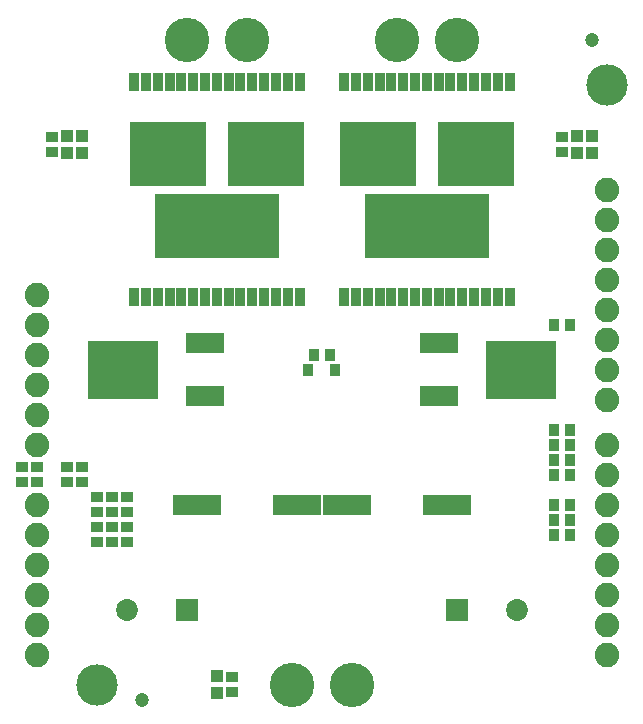
<source format=gbr>
G04 EAGLE Gerber RS-274X export*
G75*
%MOMM*%
%FSLAX34Y34*%
%LPD*%
%INSoldermask Top*%
%IPPOS*%
%AMOC8*
5,1,8,0,0,1.08239X$1,22.5*%
G01*
%ADD10R,0.903200X1.103200*%
%ADD11R,1.103200X0.903200*%
%ADD12R,4.103200X1.803200*%
%ADD13C,1.854200*%
%ADD14R,1.854200X1.854200*%
%ADD15R,0.833200X1.033200*%
%ADD16R,3.203200X1.803200*%
%ADD17R,5.918200X5.029200*%
%ADD18C,3.759200*%
%ADD19R,1.003200X1.003200*%
%ADD20C,2.082800*%
%ADD21C,3.505200*%
%ADD22R,0.873200X1.503200*%
%ADD23R,10.503200X5.453200*%
%ADD24R,6.433200X5.453200*%
%ADD25C,1.203200*%


D10*
X476400Y228600D03*
X463400Y228600D03*
X476400Y241300D03*
X463400Y241300D03*
X476400Y165100D03*
X463400Y165100D03*
X463400Y177800D03*
X476400Y177800D03*
D11*
X88900Y184300D03*
X88900Y171300D03*
X101600Y171300D03*
X101600Y184300D03*
X76200Y171300D03*
X76200Y184300D03*
X12700Y209700D03*
X12700Y196700D03*
X25400Y209700D03*
X25400Y196700D03*
D12*
X245700Y177800D03*
X160700Y177800D03*
D13*
X101600Y88900D03*
D14*
X152400Y88900D03*
D10*
X273200Y304800D03*
X260200Y304800D03*
D15*
X278200Y292100D03*
X255200Y292100D03*
D16*
X167400Y269300D03*
X167400Y314900D03*
D17*
X98420Y292100D03*
D18*
X152400Y571500D03*
X203200Y571500D03*
X330200Y571500D03*
X381000Y571500D03*
X241300Y25400D03*
X292100Y25400D03*
D16*
X366000Y314900D03*
X366000Y269300D03*
D17*
X434980Y292100D03*
D10*
X476400Y152400D03*
X463400Y152400D03*
X476400Y330200D03*
X463400Y330200D03*
X476400Y203200D03*
X463400Y203200D03*
X463400Y215900D03*
X476400Y215900D03*
D11*
X88900Y158900D03*
X88900Y145900D03*
X101600Y145900D03*
X101600Y158900D03*
X76200Y145900D03*
X76200Y158900D03*
X63500Y209700D03*
X63500Y196700D03*
X50800Y209700D03*
X50800Y196700D03*
D12*
X287700Y177800D03*
X372700Y177800D03*
D13*
X431800Y88900D03*
D14*
X381000Y88900D03*
D19*
X177800Y17900D03*
X177800Y32900D03*
X50800Y490100D03*
X50800Y475100D03*
X63500Y475100D03*
X63500Y490100D03*
X482600Y490100D03*
X482600Y475100D03*
X495300Y475100D03*
X495300Y490100D03*
D11*
X38100Y476100D03*
X38100Y489100D03*
X469900Y476100D03*
X469900Y489100D03*
X190500Y31900D03*
X190500Y18900D03*
D20*
X25400Y355600D03*
X25400Y330200D03*
X25400Y304800D03*
X25400Y279400D03*
X25400Y254000D03*
X25400Y228600D03*
X25400Y177800D03*
X25400Y152400D03*
X25400Y127000D03*
X25400Y101600D03*
X25400Y76200D03*
X25400Y50800D03*
X508000Y50800D03*
X508000Y76200D03*
X508000Y101600D03*
X508000Y127000D03*
X508000Y152400D03*
X508000Y177800D03*
X508000Y203200D03*
X508000Y228600D03*
X508000Y266700D03*
X508000Y292100D03*
X508000Y317500D03*
X508000Y342900D03*
X508000Y368300D03*
X508000Y393700D03*
X508000Y419100D03*
X508000Y444500D03*
D21*
X76200Y25400D03*
X508000Y533400D03*
D22*
X107800Y353500D03*
X117800Y353500D03*
X127800Y353500D03*
X137800Y353500D03*
X147800Y353500D03*
X157800Y353500D03*
X167800Y353500D03*
X177800Y353500D03*
X187800Y353500D03*
X197800Y353500D03*
X207800Y353500D03*
X217800Y353500D03*
X227800Y353500D03*
X237800Y353500D03*
X247800Y353500D03*
X107800Y535500D03*
X117800Y535500D03*
X127800Y535500D03*
X137800Y535500D03*
X147800Y535500D03*
X157800Y535500D03*
X167800Y535500D03*
X177800Y535500D03*
X187800Y535500D03*
X197800Y535500D03*
X207800Y535500D03*
X217800Y535500D03*
X227800Y535500D03*
X237800Y535500D03*
X247800Y535500D03*
D23*
X177800Y414000D03*
D24*
X136150Y475000D03*
X219450Y475000D03*
D22*
X285600Y353500D03*
X295600Y353500D03*
X305600Y353500D03*
X315600Y353500D03*
X325600Y353500D03*
X335600Y353500D03*
X345600Y353500D03*
X355600Y353500D03*
X365600Y353500D03*
X375600Y353500D03*
X385600Y353500D03*
X395600Y353500D03*
X405600Y353500D03*
X415600Y353500D03*
X425600Y353500D03*
X285600Y535500D03*
X295600Y535500D03*
X305600Y535500D03*
X315600Y535500D03*
X325600Y535500D03*
X335600Y535500D03*
X345600Y535500D03*
X355600Y535500D03*
X365600Y535500D03*
X375600Y535500D03*
X385600Y535500D03*
X395600Y535500D03*
X405600Y535500D03*
X415600Y535500D03*
X425600Y535500D03*
D23*
X355600Y414000D03*
D24*
X313950Y475000D03*
X397250Y475000D03*
D25*
X495300Y571500D03*
X114300Y12700D03*
M02*

</source>
